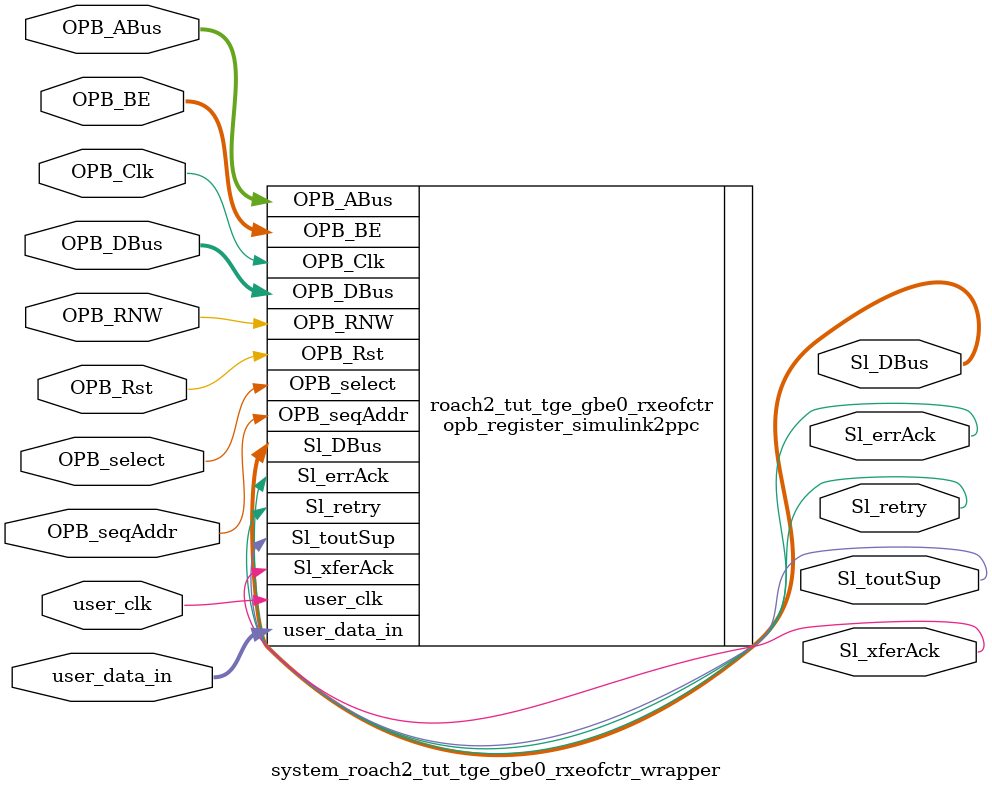
<source format=v>

module system_roach2_tut_tge_gbe0_rxeofctr_wrapper
  (
    OPB_Clk,
    OPB_Rst,
    Sl_DBus,
    Sl_errAck,
    Sl_retry,
    Sl_toutSup,
    Sl_xferAck,
    OPB_ABus,
    OPB_BE,
    OPB_DBus,
    OPB_RNW,
    OPB_select,
    OPB_seqAddr,
    user_data_in,
    user_clk
  );
  input OPB_Clk;
  input OPB_Rst;
  output [0:31] Sl_DBus;
  output Sl_errAck;
  output Sl_retry;
  output Sl_toutSup;
  output Sl_xferAck;
  input [0:31] OPB_ABus;
  input [0:3] OPB_BE;
  input [0:31] OPB_DBus;
  input OPB_RNW;
  input OPB_select;
  input OPB_seqAddr;
  input [31:0] user_data_in;
  input user_clk;

  opb_register_simulink2ppc
    #(
      .C_BASEADDR ( 32'h01008200 ),
      .C_HIGHADDR ( 32'h010082FF ),
      .C_OPB_AWIDTH ( 32 ),
      .C_OPB_DWIDTH ( 32 ),
      .C_FAMILY ( "virtex6" )
    )
    roach2_tut_tge_gbe0_rxeofctr (
      .OPB_Clk ( OPB_Clk ),
      .OPB_Rst ( OPB_Rst ),
      .Sl_DBus ( Sl_DBus ),
      .Sl_errAck ( Sl_errAck ),
      .Sl_retry ( Sl_retry ),
      .Sl_toutSup ( Sl_toutSup ),
      .Sl_xferAck ( Sl_xferAck ),
      .OPB_ABus ( OPB_ABus ),
      .OPB_BE ( OPB_BE ),
      .OPB_DBus ( OPB_DBus ),
      .OPB_RNW ( OPB_RNW ),
      .OPB_select ( OPB_select ),
      .OPB_seqAddr ( OPB_seqAddr ),
      .user_data_in ( user_data_in ),
      .user_clk ( user_clk )
    );

endmodule


</source>
